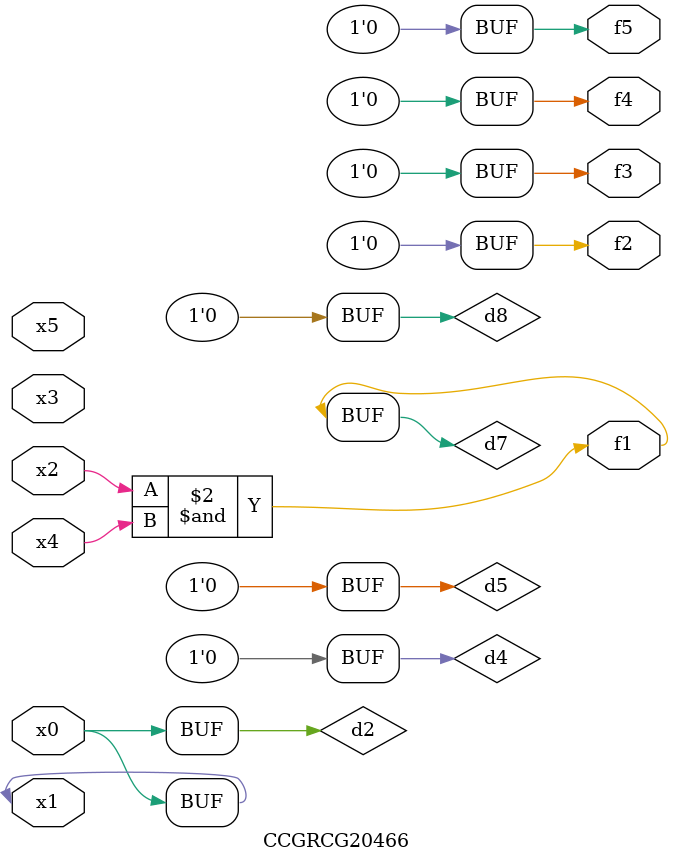
<source format=v>
module CCGRCG20466(
	input x0, x1, x2, x3, x4, x5,
	output f1, f2, f3, f4, f5
);

	wire d1, d2, d3, d4, d5, d6, d7, d8, d9;

	nand (d1, x1);
	buf (d2, x0, x1);
	nand (d3, x2, x4);
	and (d4, d1, d2);
	and (d5, d1, d2);
	nand (d6, d1, d3);
	not (d7, d3);
	xor (d8, d5);
	nor (d9, d5, d6);
	assign f1 = d7;
	assign f2 = d8;
	assign f3 = d8;
	assign f4 = d8;
	assign f5 = d8;
endmodule

</source>
